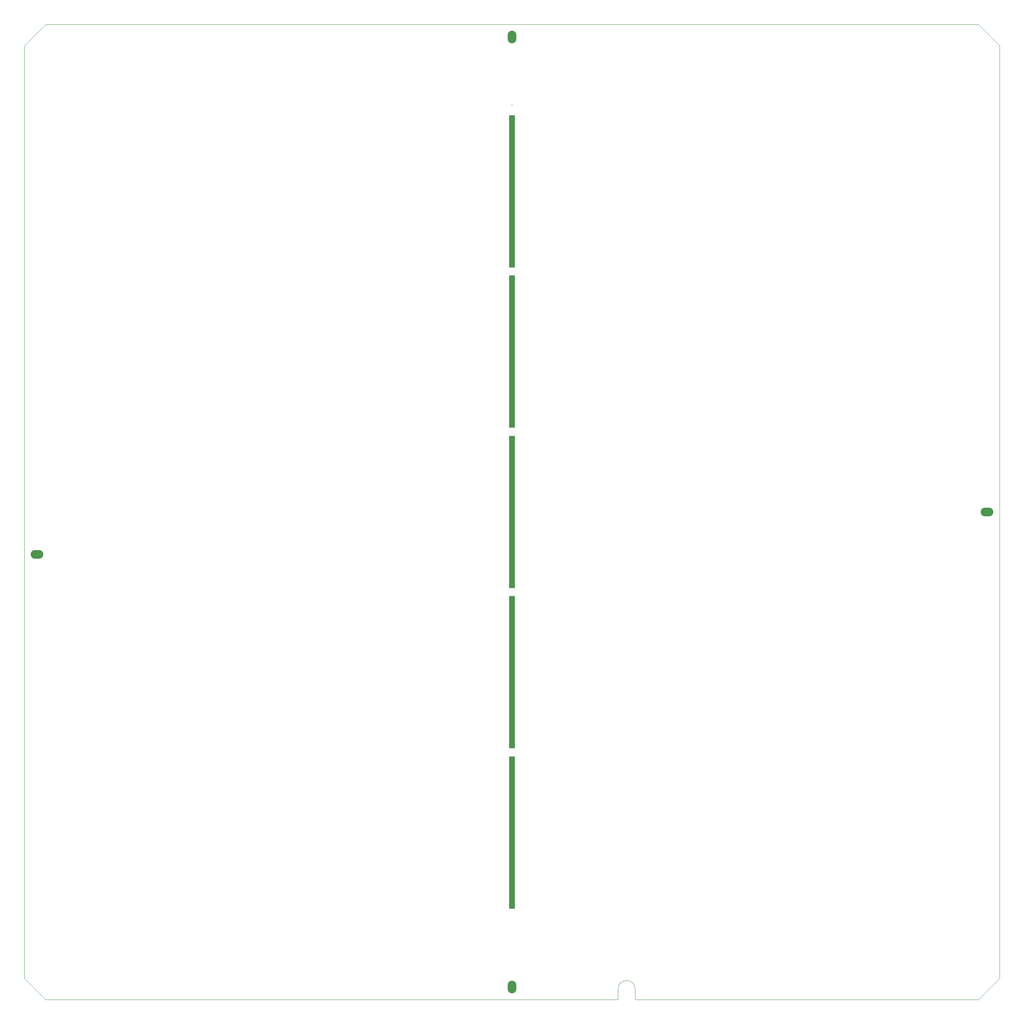
<source format=gbr>
G04 created by R. Pogge 2016 Feb 2 *
G04 MODS LS60x5x2.4 Mask *

%FSLAX33Y33*%
%MOMM*%
%SFA1.0B1.0*%

G04 Aperture Definition *
%ADD10C,0.0*%
%ADD11R,1.440X36.000*%
%ADD12C,0.180*%
%ADD501R,0.150X0.700*%
%ADD502R,0.700X0.150*%
%ADD521O,3.000X2.050*%
%ADD522O,2.050X3.000*%

%LNMASK*%
%LPD*%
G04 Slits *
G54D11*
X120000Y120000D03*
G54D11*
X120000Y157800D03*
G54D11*
X120000Y195600D03*
G54D11*
X120000Y82200D03*
G54D11*
X120000Y44400D03*
G54D12*
X120000Y216000D03*

G04 Centering Holes *
G54D521*
X232000Y120000D03*
X8000Y110000D03*
G54D522*
X120000Y232000D03*
X120000Y8000D03*
G54D10*

G04 Mask Countour *
G01X5000Y10000D02*
X10000Y5000D01*
X145000Y5000D01*
X145000Y7500D01*
G75*
G02X149000Y7500I2000J0D01*
G01X149000Y5000D01*
X230000Y5000D01*
X235000Y10000D01*
X235000Y230000D01*
X230000Y235000D01*
X10000Y235000D01*
X5000Y230000D01*
X5000Y10000D01*
M02*

</source>
